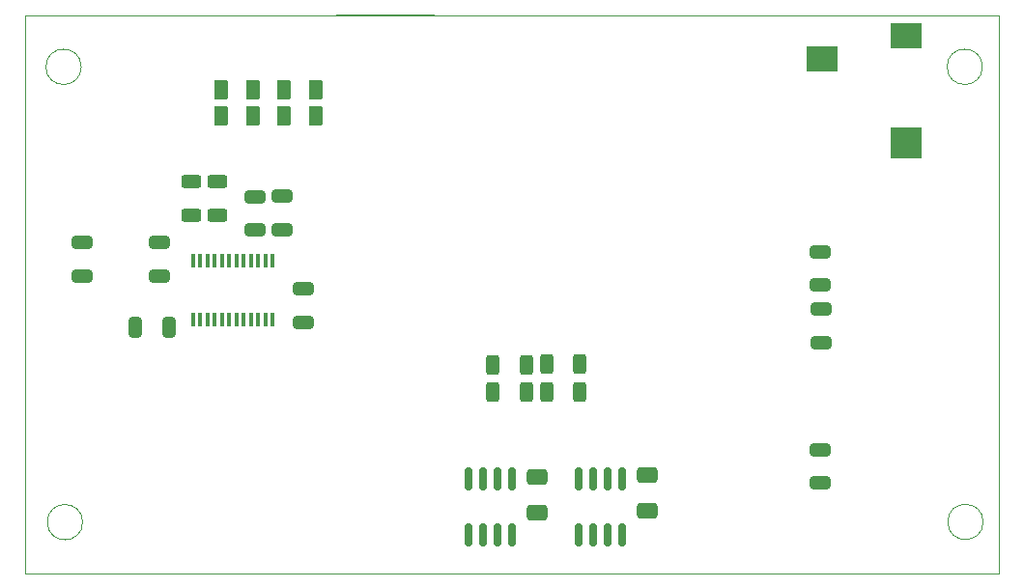
<source format=gbr>
%TF.GenerationSoftware,KiCad,Pcbnew,7.0.1*%
%TF.CreationDate,2024-01-20T16:33:55+00:00*%
%TF.ProjectId,SI4735,53493437-3335-42e6-9b69-6361645f7063,rev?*%
%TF.SameCoordinates,Original*%
%TF.FileFunction,Paste,Bot*%
%TF.FilePolarity,Positive*%
%FSLAX45Y45*%
G04 Gerber Fmt 4.5, Leading zero omitted, Abs format (unit mm)*
G04 Created by KiCad (PCBNEW 7.0.1) date 2024-01-20 16:33:55*
%MOMM*%
%LPD*%
G01*
G04 APERTURE LIST*
G04 Aperture macros list*
%AMRoundRect*
0 Rectangle with rounded corners*
0 $1 Rounding radius*
0 $2 $3 $4 $5 $6 $7 $8 $9 X,Y pos of 4 corners*
0 Add a 4 corners polygon primitive as box body*
4,1,4,$2,$3,$4,$5,$6,$7,$8,$9,$2,$3,0*
0 Add four circle primitives for the rounded corners*
1,1,$1+$1,$2,$3*
1,1,$1+$1,$4,$5*
1,1,$1+$1,$6,$7*
1,1,$1+$1,$8,$9*
0 Add four rect primitives between the rounded corners*
20,1,$1+$1,$2,$3,$4,$5,0*
20,1,$1+$1,$4,$5,$6,$7,0*
20,1,$1+$1,$6,$7,$8,$9,0*
20,1,$1+$1,$8,$9,$2,$3,0*%
G04 Aperture macros list end*
%ADD10R,2.800000X2.200000*%
%ADD11R,2.800000X2.800000*%
%ADD12RoundRect,0.250000X0.650000X-0.325000X0.650000X0.325000X-0.650000X0.325000X-0.650000X-0.325000X0*%
%ADD13RoundRect,0.250000X-0.375000X-0.625000X0.375000X-0.625000X0.375000X0.625000X-0.375000X0.625000X0*%
%ADD14RoundRect,0.150000X0.150000X-0.825000X0.150000X0.825000X-0.150000X0.825000X-0.150000X-0.825000X0*%
%ADD15RoundRect,0.250000X0.312500X0.625000X-0.312500X0.625000X-0.312500X-0.625000X0.312500X-0.625000X0*%
%ADD16RoundRect,0.250000X0.625000X-0.312500X0.625000X0.312500X-0.625000X0.312500X-0.625000X-0.312500X0*%
%ADD17RoundRect,0.250000X-0.650000X0.325000X-0.650000X-0.325000X0.650000X-0.325000X0.650000X0.325000X0*%
%ADD18RoundRect,0.250000X-0.650000X0.412500X-0.650000X-0.412500X0.650000X-0.412500X0.650000X0.412500X0*%
%ADD19RoundRect,0.250000X0.375000X0.625000X-0.375000X0.625000X-0.375000X-0.625000X0.375000X-0.625000X0*%
%ADD20R,0.400000X1.200000*%
%ADD21RoundRect,0.250000X-0.325000X-0.650000X0.325000X-0.650000X0.325000X0.650000X-0.325000X0.650000X0*%
%TA.AperFunction,Profile*%
%ADD22C,0.100000*%
%TD*%
%TA.AperFunction,Profile*%
%ADD23C,0.050000*%
%TD*%
G04 APERTURE END LIST*
D10*
%TO.C,J2*%
X10048417Y-2198500D03*
X10788417Y-1998500D03*
D11*
X10788417Y-2938500D03*
%TD*%
D12*
%TO.C,C14*%
X10028740Y-5919000D03*
X10028740Y-5624000D03*
%TD*%
%TO.C,C23*%
X5503000Y-4506500D03*
X5503000Y-4211500D03*
%TD*%
D13*
%TO.C,D10*%
X4786000Y-2468000D03*
X5066000Y-2468000D03*
%TD*%
D14*
%TO.C,U5*%
X7328445Y-6372875D03*
X7201445Y-6372875D03*
X7074445Y-6372875D03*
X6947445Y-6372875D03*
X6947445Y-5877875D03*
X7074445Y-5877875D03*
X7201445Y-5877875D03*
X7328445Y-5877875D03*
%TD*%
D15*
%TO.C,R24*%
X7456945Y-5118375D03*
X7164445Y-5118375D03*
%TD*%
D16*
%TO.C,R22*%
X4519000Y-3567000D03*
X4519000Y-3274500D03*
%TD*%
D17*
%TO.C,C11*%
X5320000Y-3399500D03*
X5320000Y-3694500D03*
%TD*%
D18*
%TO.C,C20*%
X8516000Y-5850250D03*
X8516000Y-6162750D03*
%TD*%
D15*
%TO.C,R26*%
X7456500Y-4879000D03*
X7164000Y-4879000D03*
%TD*%
D18*
%TO.C,C19*%
X7548000Y-5868500D03*
X7548000Y-6181000D03*
%TD*%
D12*
%TO.C,C22*%
X4240000Y-4103000D03*
X4240000Y-3808000D03*
%TD*%
D17*
%TO.C,C10*%
X5079000Y-3405500D03*
X5079000Y-3700500D03*
%TD*%
D15*
%TO.C,R25*%
X7926445Y-5119000D03*
X7633945Y-5119000D03*
%TD*%
D19*
%TO.C,D9*%
X5609000Y-2470000D03*
X5329000Y-2470000D03*
%TD*%
D14*
%TO.C,U6*%
X8297125Y-6374500D03*
X8170125Y-6374500D03*
X8043125Y-6374500D03*
X7916125Y-6374500D03*
X7916125Y-5879500D03*
X8043125Y-5879500D03*
X8170125Y-5879500D03*
X8297125Y-5879500D03*
%TD*%
D19*
%TO.C,D8*%
X5064000Y-2697000D03*
X4784000Y-2697000D03*
%TD*%
D20*
%TO.C,U7*%
X4534000Y-3968597D03*
X4597500Y-3968597D03*
X4661000Y-3968597D03*
X4724500Y-3968597D03*
X4788000Y-3968597D03*
X4851500Y-3968597D03*
X4915000Y-3968597D03*
X4978500Y-3968597D03*
X5042000Y-3968597D03*
X5105500Y-3968597D03*
X5169000Y-3968597D03*
X5232500Y-3968597D03*
X5232500Y-4488597D03*
X5169000Y-4488597D03*
X5105500Y-4488597D03*
X5042000Y-4488597D03*
X4978500Y-4488597D03*
X4915000Y-4488597D03*
X4851500Y-4488597D03*
X4788000Y-4488597D03*
X4724500Y-4488597D03*
X4661000Y-4488597D03*
X4597500Y-4488597D03*
X4534000Y-4488597D03*
%TD*%
D15*
%TO.C,R23*%
X7926500Y-4878000D03*
X7634000Y-4878000D03*
%TD*%
D21*
%TO.C,C21*%
X4032000Y-4553000D03*
X4327000Y-4553000D03*
%TD*%
D12*
%TO.C,C25*%
X3562000Y-4102500D03*
X3562000Y-3807500D03*
%TD*%
D17*
%TO.C,C16*%
X10034740Y-3888000D03*
X10034740Y-4183000D03*
%TD*%
%TO.C,C15*%
X10037000Y-4394000D03*
X10037000Y-4689000D03*
%TD*%
D16*
%TO.C,R21*%
X4746000Y-3567000D03*
X4746000Y-3274500D03*
%TD*%
D13*
%TO.C,D7*%
X5331000Y-2701000D03*
X5611000Y-2701000D03*
%TD*%
D22*
X3555840Y-2268000D02*
G75*
G03*
X3555840Y-2268000I-154840J0D01*
G01*
D23*
X3060000Y-1815000D02*
X11602000Y-1815000D01*
X11602000Y-6713000D01*
X3060000Y-6713000D01*
X3060000Y-1815000D01*
D22*
X11459840Y-6259000D02*
G75*
G03*
X11459840Y-6259000I-154840J0D01*
G01*
X11453840Y-2268000D02*
G75*
G03*
X11453840Y-2268000I-154840J0D01*
G01*
X3567840Y-6261000D02*
G75*
G03*
X3567840Y-6261000I-154840J0D01*
G01*
%TO.C,J5*%
X5787574Y-1812210D02*
X6647574Y-1812210D01*
%TO.C,J3*%
X3693574Y-1815210D02*
X4553574Y-1815210D01*
%TD*%
M02*

</source>
